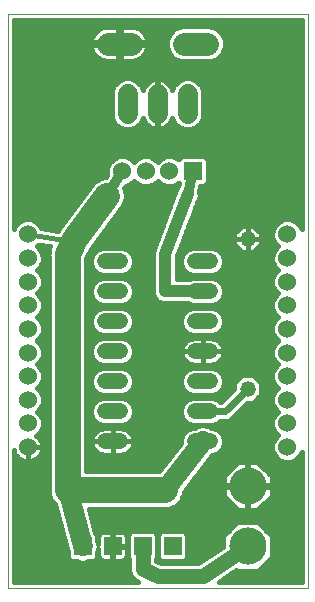
<source format=gbl>
G75*
%MOIN*%
%OFA0B0*%
%FSLAX24Y24*%
%IPPOS*%
%LPD*%
%ADD10C,0.0000*%
%ADD11R,0.0594X0.0594*%
%ADD12C,0.0600*%
%ADD13C,0.0520*%
%ADD14C,0.0650*%
%ADD15C,0.1240*%
%ADD16R,0.0600X0.0600*%
%ADD17C,0.0768*%
%ADD18C,0.0520*%
%ADD19C,0.0500*%
%ADD20C,0.0160*%
%ADD21C,0.0410*%
%ADD22C,0.0660*%
%ADD23C,0.0860*%
%ADD24C,0.0320*%
%ADD25C,0.0240*%
%ADD26C,0.0400*%
D10*
X000680Y001055D02*
X000680Y020180D01*
X010680Y020180D01*
X010680Y001055D01*
X000680Y001055D01*
D11*
X003180Y002430D03*
X004180Y002430D03*
X005180Y002430D03*
X006180Y002430D03*
D12*
X010011Y005743D03*
X010011Y006530D03*
X010011Y007318D03*
X010011Y008105D03*
X010011Y008893D03*
X010011Y009680D03*
X010011Y010467D03*
X010011Y011255D03*
X010011Y012042D03*
X010011Y012830D03*
X006074Y014930D03*
X005286Y014930D03*
X004499Y014930D03*
X001349Y012830D03*
X001349Y012042D03*
X001349Y011255D03*
X001349Y010467D03*
X001349Y009680D03*
X001349Y008893D03*
X001349Y008105D03*
X001349Y007318D03*
X001349Y006530D03*
X001349Y005743D03*
D13*
X003920Y005930D02*
X004440Y005930D01*
X004440Y006930D02*
X003920Y006930D01*
X003920Y007930D02*
X004440Y007930D01*
X004440Y008930D02*
X003920Y008930D01*
X003920Y009930D02*
X004440Y009930D01*
X004440Y010930D02*
X003920Y010930D01*
X003920Y011930D02*
X004440Y011930D01*
X006920Y011930D02*
X007440Y011930D01*
X007440Y010930D02*
X006920Y010930D01*
X006920Y009930D02*
X007440Y009930D01*
X007440Y008930D02*
X006920Y008930D01*
X006920Y007930D02*
X007440Y007930D01*
X007440Y006930D02*
X006920Y006930D01*
X006920Y005930D02*
X007440Y005930D01*
D14*
X006680Y016855D02*
X006680Y017505D01*
X005680Y017505D02*
X005680Y016855D01*
X004680Y016855D02*
X004680Y017505D01*
D15*
X008680Y004430D03*
X008680Y002430D03*
D16*
X006861Y014930D03*
D17*
X006576Y019180D02*
X007343Y019180D01*
X004784Y019180D02*
X004017Y019180D01*
D18*
X008680Y012680D03*
X008680Y007680D03*
D19*
X008680Y002430D02*
X007180Y001430D01*
X005680Y001430D01*
X005180Y001680D01*
X005180Y002430D01*
D20*
X005560Y002927D02*
X004800Y002927D01*
X004683Y002810D01*
X004683Y002050D01*
X004730Y002003D01*
X004730Y001696D01*
X004725Y001623D01*
X004730Y001607D01*
X004730Y001590D01*
X004758Y001523D01*
X004781Y001453D01*
X004792Y001440D01*
X004799Y001425D01*
X004851Y001373D01*
X004899Y001318D01*
X004913Y001310D01*
X004925Y001299D01*
X004993Y001270D01*
X005024Y001255D01*
X000880Y001255D01*
X000880Y005638D01*
X000881Y005631D01*
X000904Y005559D01*
X000939Y005491D01*
X000983Y005430D01*
X001037Y005377D01*
X001098Y005332D01*
X001165Y005298D01*
X001237Y005275D01*
X001312Y005263D01*
X001349Y005263D01*
X001349Y005743D01*
X001349Y005743D01*
X001349Y005263D01*
X001387Y005263D01*
X001462Y005275D01*
X001534Y005298D01*
X001601Y005332D01*
X001662Y005377D01*
X001715Y005430D01*
X001760Y005491D01*
X001794Y005559D01*
X001817Y005631D01*
X001829Y005705D01*
X001829Y005743D01*
X001829Y005781D01*
X001817Y005855D01*
X001794Y005927D01*
X001760Y005995D01*
X001715Y006056D01*
X001662Y006109D01*
X001646Y006120D01*
X001773Y006247D01*
X001849Y006431D01*
X001849Y006630D01*
X001773Y006814D01*
X001663Y006924D01*
X001773Y007035D01*
X001849Y007218D01*
X001849Y007417D01*
X001773Y007601D01*
X001663Y007711D01*
X001773Y007822D01*
X001849Y008006D01*
X001849Y008205D01*
X001773Y008388D01*
X001663Y008499D01*
X001773Y008609D01*
X001849Y008793D01*
X001849Y008992D01*
X001773Y009176D01*
X001663Y009286D01*
X001773Y009397D01*
X001849Y009581D01*
X001849Y009779D01*
X001773Y009963D01*
X001663Y010074D01*
X001773Y010184D01*
X001849Y010368D01*
X001849Y010567D01*
X001773Y010751D01*
X001663Y010861D01*
X001773Y010972D01*
X001849Y011155D01*
X001849Y011354D01*
X001773Y011538D01*
X001663Y011649D01*
X001773Y011759D01*
X001849Y011943D01*
X001849Y012142D01*
X001773Y012325D01*
X001663Y012436D01*
X001715Y012488D01*
X002099Y012427D01*
X002060Y012350D01*
X002059Y012327D01*
X002050Y012305D01*
X002050Y012202D01*
X002043Y012100D01*
X002050Y012078D01*
X002050Y004180D01*
X002146Y003948D01*
X002256Y003838D01*
X002683Y002236D01*
X002683Y002050D01*
X002800Y001933D01*
X002980Y001933D01*
X003006Y001919D01*
X003215Y001891D01*
X003374Y001933D01*
X003560Y001933D01*
X003677Y002050D01*
X003677Y002230D01*
X003691Y002256D01*
X003703Y002343D01*
X003703Y002109D01*
X003715Y002064D01*
X003739Y002023D01*
X003773Y001989D01*
X003814Y001965D01*
X003859Y001953D01*
X004162Y001953D01*
X004162Y002412D01*
X004198Y002412D01*
X004198Y002448D01*
X004162Y002448D01*
X004162Y002907D01*
X003859Y002907D01*
X003814Y002895D01*
X003773Y002871D01*
X003739Y002837D01*
X003715Y002796D01*
X003703Y002751D01*
X003703Y002525D01*
X003677Y002624D01*
X003677Y002810D01*
X003609Y002877D01*
X003397Y003675D01*
X006055Y003675D01*
X006287Y003771D01*
X006464Y003948D01*
X006560Y004180D01*
X006560Y004255D01*
X007495Y005470D01*
X007531Y005470D01*
X007701Y005540D01*
X007830Y005669D01*
X007900Y005838D01*
X007900Y006021D01*
X007830Y006191D01*
X007701Y006320D01*
X007531Y006390D01*
X007451Y006390D01*
X007420Y006414D01*
X007216Y006469D01*
X007007Y006442D01*
X006917Y006390D01*
X006828Y006390D01*
X006659Y006320D01*
X006530Y006191D01*
X006460Y006021D01*
X006460Y005863D01*
X005746Y004935D01*
X003310Y004935D01*
X003310Y012031D01*
X003468Y012348D01*
X004579Y013835D01*
X004640Y014077D01*
X004604Y014325D01*
X004578Y014369D01*
X004621Y014439D01*
X004782Y014506D01*
X004893Y014617D01*
X005003Y014506D01*
X005187Y014430D01*
X005386Y014430D01*
X005570Y014506D01*
X005680Y014617D01*
X005790Y014506D01*
X005974Y014430D01*
X006173Y014430D01*
X006357Y014506D01*
X006380Y014529D01*
X006391Y014517D01*
X006371Y014436D01*
X006333Y014395D01*
X005558Y012327D01*
X005530Y012260D01*
X005530Y012253D01*
X005528Y012246D01*
X005530Y012173D01*
X005530Y010850D01*
X005591Y010703D01*
X005703Y010591D01*
X005850Y010530D01*
X006684Y010530D01*
X006828Y010470D01*
X007531Y010470D01*
X007701Y010540D01*
X007830Y010669D01*
X007900Y010838D01*
X007900Y011021D01*
X007830Y011191D01*
X007701Y011320D01*
X007531Y011390D01*
X006828Y011390D01*
X006684Y011330D01*
X006330Y011330D01*
X006330Y012107D01*
X007082Y014114D01*
X007077Y014273D01*
X007074Y014279D01*
X007111Y014430D01*
X007244Y014430D01*
X007361Y014547D01*
X007361Y015313D01*
X007244Y015430D01*
X006478Y015430D01*
X006380Y015331D01*
X006357Y015354D01*
X006173Y015430D01*
X005974Y015430D01*
X005790Y015354D01*
X005680Y015243D01*
X005570Y015354D01*
X005386Y015430D01*
X005187Y015430D01*
X005003Y015354D01*
X004893Y015243D01*
X004782Y015354D01*
X004598Y015430D01*
X004399Y015430D01*
X004216Y015354D01*
X004075Y015213D01*
X003999Y015029D01*
X003999Y014831D01*
X004006Y014813D01*
X003963Y014742D01*
X003785Y014717D01*
X003569Y014589D01*
X002466Y013111D01*
X002423Y013074D01*
X002392Y013012D01*
X002350Y012957D01*
X002350Y012955D01*
X001803Y013041D01*
X001773Y013113D01*
X001633Y013253D01*
X001449Y013330D01*
X001250Y013330D01*
X001066Y013253D01*
X000925Y013113D01*
X000880Y013003D01*
X000880Y019980D01*
X010480Y019980D01*
X010480Y013003D01*
X010435Y013113D01*
X010294Y013253D01*
X010110Y013330D01*
X009911Y013330D01*
X009727Y013253D01*
X009587Y013113D01*
X009511Y012929D01*
X009511Y012730D01*
X009587Y012546D01*
X009697Y012436D01*
X009587Y012325D01*
X009511Y012142D01*
X009511Y011943D01*
X009587Y011759D01*
X009697Y011649D01*
X009587Y011538D01*
X009511Y011354D01*
X009511Y011155D01*
X009587Y010972D01*
X009697Y010861D01*
X009587Y010751D01*
X009511Y010567D01*
X009511Y010368D01*
X009587Y010184D01*
X009697Y010074D01*
X009587Y009963D01*
X009511Y009779D01*
X009511Y009581D01*
X009587Y009397D01*
X009697Y009286D01*
X009587Y009176D01*
X009511Y008992D01*
X009511Y008793D01*
X009587Y008609D01*
X009697Y008499D01*
X009587Y008388D01*
X009511Y008205D01*
X009511Y008006D01*
X009587Y007822D01*
X009697Y007711D01*
X009587Y007601D01*
X009511Y007417D01*
X009511Y007218D01*
X009587Y007035D01*
X009697Y006924D01*
X009587Y006814D01*
X009511Y006630D01*
X009511Y006431D01*
X009587Y006247D01*
X009697Y006137D01*
X009587Y006026D01*
X009511Y005842D01*
X009511Y005644D01*
X009587Y005460D01*
X009727Y005319D01*
X009911Y005243D01*
X010110Y005243D01*
X010294Y005319D01*
X010435Y005460D01*
X010480Y005569D01*
X010480Y001255D01*
X007729Y001255D01*
X008309Y001642D01*
X008340Y001610D01*
X009020Y001610D01*
X009500Y002090D01*
X009500Y002770D01*
X009020Y003250D01*
X008340Y003250D01*
X007860Y002770D01*
X007860Y002424D01*
X007044Y001880D01*
X005786Y001880D01*
X005630Y001958D01*
X005630Y002003D01*
X005677Y002050D01*
X005677Y002810D01*
X005560Y002927D01*
X005683Y002810D02*
X005800Y002927D01*
X006560Y002927D01*
X006677Y002810D01*
X006677Y002050D01*
X006560Y001933D01*
X005800Y001933D01*
X005683Y002050D01*
X005683Y002810D01*
X005683Y002799D02*
X005677Y002799D01*
X005677Y002640D02*
X005683Y002640D01*
X005677Y002482D02*
X005683Y002482D01*
X005677Y002323D02*
X005683Y002323D01*
X005677Y002165D02*
X005683Y002165D01*
X005727Y002006D02*
X005633Y002006D01*
X004851Y001372D02*
X000880Y001372D01*
X000880Y001531D02*
X004755Y001531D01*
X004730Y001689D02*
X000880Y001689D01*
X000880Y001848D02*
X004730Y001848D01*
X004727Y002006D02*
X004604Y002006D01*
X004621Y002023D02*
X004645Y002064D01*
X004657Y002109D01*
X004657Y002412D01*
X004198Y002412D01*
X004198Y001953D01*
X004501Y001953D01*
X004546Y001965D01*
X004587Y001989D01*
X004621Y002023D01*
X004657Y002165D02*
X004683Y002165D01*
X004683Y002323D02*
X004657Y002323D01*
X004657Y002448D02*
X004657Y002751D01*
X004645Y002796D01*
X004621Y002837D01*
X004587Y002871D01*
X004546Y002895D01*
X004501Y002907D01*
X004198Y002907D01*
X004198Y002448D01*
X004657Y002448D01*
X004657Y002482D02*
X004683Y002482D01*
X004683Y002640D02*
X004657Y002640D01*
X004643Y002799D02*
X004683Y002799D01*
X004198Y002799D02*
X004162Y002799D01*
X004162Y002640D02*
X004198Y002640D01*
X004198Y002482D02*
X004162Y002482D01*
X004162Y002323D02*
X004198Y002323D01*
X004198Y002165D02*
X004162Y002165D01*
X004162Y002006D02*
X004198Y002006D01*
X003756Y002006D02*
X003633Y002006D01*
X003677Y002165D02*
X003703Y002165D01*
X003700Y002323D02*
X003703Y002323D01*
X003703Y002640D02*
X003677Y002640D01*
X003677Y002799D02*
X003717Y002799D01*
X003588Y002957D02*
X008047Y002957D01*
X008206Y003116D02*
X003546Y003116D01*
X003503Y003274D02*
X010480Y003274D01*
X010480Y003116D02*
X009154Y003116D01*
X009313Y002957D02*
X010480Y002957D01*
X010480Y002799D02*
X009471Y002799D01*
X009500Y002640D02*
X010480Y002640D01*
X010480Y002482D02*
X009500Y002482D01*
X009500Y002323D02*
X010480Y002323D01*
X010480Y002165D02*
X009500Y002165D01*
X009416Y002006D02*
X010480Y002006D01*
X010480Y001848D02*
X009257Y001848D01*
X009099Y001689D02*
X010480Y001689D01*
X010480Y001531D02*
X008142Y001531D01*
X007904Y001372D02*
X010480Y001372D01*
X010480Y003433D02*
X003461Y003433D01*
X003419Y003591D02*
X010480Y003591D01*
X010480Y003750D02*
X009131Y003750D01*
X009011Y003630D02*
X009480Y004099D01*
X009480Y004400D01*
X008710Y004400D01*
X008710Y004460D01*
X009480Y004460D01*
X009480Y004761D01*
X009011Y005230D01*
X008710Y005230D01*
X008710Y004460D01*
X008650Y004460D01*
X008650Y005230D01*
X008349Y005230D01*
X007880Y004761D01*
X007880Y004460D01*
X008650Y004460D01*
X008650Y004400D01*
X008710Y004400D01*
X008710Y003630D01*
X009011Y003630D01*
X009289Y003908D02*
X010480Y003908D01*
X010480Y004067D02*
X009448Y004067D01*
X009480Y004225D02*
X010480Y004225D01*
X010480Y004384D02*
X009480Y004384D01*
X009480Y004542D02*
X010480Y004542D01*
X010480Y004701D02*
X009480Y004701D01*
X009382Y004859D02*
X010480Y004859D01*
X010480Y005018D02*
X009224Y005018D01*
X009065Y005176D02*
X010480Y005176D01*
X010480Y005335D02*
X010309Y005335D01*
X010448Y005493D02*
X010480Y005493D01*
X009712Y005335D02*
X007391Y005335D01*
X007269Y005176D02*
X008295Y005176D01*
X008136Y005018D02*
X007147Y005018D01*
X007025Y004859D02*
X007978Y004859D01*
X007880Y004701D02*
X006903Y004701D01*
X006781Y004542D02*
X007880Y004542D01*
X007880Y004400D02*
X007880Y004099D01*
X008349Y003630D01*
X008650Y003630D01*
X008650Y004400D01*
X007880Y004400D01*
X007880Y004384D02*
X006659Y004384D01*
X006560Y004225D02*
X007880Y004225D01*
X007912Y004067D02*
X006513Y004067D01*
X006424Y003908D02*
X008071Y003908D01*
X008229Y003750D02*
X006235Y003750D01*
X006677Y002799D02*
X007889Y002799D01*
X007860Y002640D02*
X006677Y002640D01*
X006677Y002482D02*
X007860Y002482D01*
X007708Y002323D02*
X006677Y002323D01*
X006677Y002165D02*
X007471Y002165D01*
X007233Y002006D02*
X006633Y002006D01*
X005809Y005018D02*
X003310Y005018D01*
X003310Y005176D02*
X005931Y005176D01*
X006053Y005335D02*
X003310Y005335D01*
X003310Y005493D02*
X003866Y005493D01*
X003885Y005490D02*
X004180Y005490D01*
X004475Y005490D01*
X004543Y005501D01*
X004609Y005522D01*
X004671Y005554D01*
X004727Y005594D01*
X004776Y005643D01*
X004816Y005699D01*
X004848Y005761D01*
X004869Y005827D01*
X004880Y005895D01*
X004880Y005930D01*
X004880Y005965D01*
X004869Y006033D01*
X004848Y006099D01*
X004816Y006161D01*
X004776Y006217D01*
X004727Y006266D01*
X004671Y006306D01*
X004609Y006338D01*
X004543Y006359D01*
X004475Y006370D01*
X004180Y006370D01*
X004180Y005930D01*
X004180Y005930D01*
X004880Y005930D01*
X004180Y005930D01*
X004180Y005930D01*
X004180Y005490D01*
X004180Y005930D01*
X004180Y005930D01*
X004180Y005930D01*
X003480Y005930D01*
X003480Y005965D01*
X003491Y006033D01*
X003512Y006099D01*
X003544Y006161D01*
X003584Y006217D01*
X003633Y006266D01*
X003689Y006306D01*
X003751Y006338D01*
X003817Y006359D01*
X003885Y006370D01*
X004180Y006370D01*
X004180Y005930D01*
X003480Y005930D01*
X003480Y005895D01*
X003491Y005827D01*
X003512Y005761D01*
X003544Y005699D01*
X003584Y005643D01*
X003633Y005594D01*
X003689Y005554D01*
X003751Y005522D01*
X003817Y005501D01*
X003885Y005490D01*
X003578Y005652D02*
X003310Y005652D01*
X003310Y005810D02*
X003496Y005810D01*
X003481Y005969D02*
X003310Y005969D01*
X003310Y006127D02*
X003527Y006127D01*
X003661Y006286D02*
X003310Y006286D01*
X003310Y006444D02*
X007023Y006444D01*
X006828Y006470D02*
X007531Y006470D01*
X007701Y006540D01*
X007771Y006610D01*
X007994Y006610D01*
X008111Y006659D01*
X008673Y007220D01*
X008871Y007220D01*
X009140Y007489D01*
X009140Y007871D01*
X008871Y008140D01*
X008489Y008140D01*
X008220Y007871D01*
X008220Y007673D01*
X007797Y007250D01*
X007771Y007250D01*
X007701Y007320D01*
X007531Y007390D01*
X006828Y007390D01*
X006659Y007320D01*
X006530Y007191D01*
X006460Y007021D01*
X006460Y006838D01*
X006530Y006669D01*
X006659Y006540D01*
X006828Y006470D01*
X006597Y006603D02*
X004763Y006603D01*
X004701Y006540D02*
X004830Y006669D01*
X004900Y006838D01*
X004900Y007021D01*
X004830Y007191D01*
X004701Y007320D01*
X004531Y007390D01*
X003828Y007390D01*
X003659Y007320D01*
X003530Y007191D01*
X003460Y007021D01*
X003460Y006838D01*
X003530Y006669D01*
X003659Y006540D01*
X003828Y006470D01*
X004531Y006470D01*
X004701Y006540D01*
X004699Y006286D02*
X006625Y006286D01*
X006504Y006127D02*
X004833Y006127D01*
X004879Y005969D02*
X006460Y005969D01*
X006419Y005810D02*
X004864Y005810D01*
X004782Y005652D02*
X006297Y005652D01*
X006175Y005493D02*
X004494Y005493D01*
X004180Y005493D02*
X004180Y005493D01*
X004180Y005652D02*
X004180Y005652D01*
X004180Y005810D02*
X004180Y005810D01*
X004180Y005969D02*
X004180Y005969D01*
X004180Y006127D02*
X004180Y006127D01*
X004180Y006286D02*
X004180Y006286D01*
X003597Y006603D02*
X003310Y006603D01*
X003310Y006761D02*
X003492Y006761D01*
X003460Y006920D02*
X003310Y006920D01*
X003310Y007078D02*
X003483Y007078D01*
X003576Y007237D02*
X003310Y007237D01*
X003310Y007395D02*
X007942Y007395D01*
X008101Y007554D02*
X007714Y007554D01*
X007701Y007540D02*
X007830Y007669D01*
X007900Y007838D01*
X007900Y008021D01*
X007830Y008191D01*
X007701Y008320D01*
X007531Y008390D01*
X006828Y008390D01*
X006659Y008320D01*
X006530Y008191D01*
X006460Y008021D01*
X006460Y007838D01*
X006530Y007669D01*
X006659Y007540D01*
X006828Y007470D01*
X007531Y007470D01*
X007701Y007540D01*
X007848Y007712D02*
X008220Y007712D01*
X008220Y007871D02*
X007900Y007871D01*
X007897Y008029D02*
X008378Y008029D01*
X007831Y008188D02*
X009511Y008188D01*
X009511Y008029D02*
X008982Y008029D01*
X009140Y007871D02*
X009567Y007871D01*
X009697Y007712D02*
X009140Y007712D01*
X009140Y007554D02*
X009567Y007554D01*
X009511Y007395D02*
X009046Y007395D01*
X008887Y007237D02*
X009511Y007237D01*
X009569Y007078D02*
X008531Y007078D01*
X008372Y006920D02*
X009693Y006920D01*
X009565Y006761D02*
X008214Y006761D01*
X007856Y006127D02*
X009688Y006127D01*
X009571Y006286D02*
X007735Y006286D01*
X007763Y006603D02*
X009511Y006603D01*
X009511Y006444D02*
X007309Y006444D01*
X007587Y005493D02*
X009573Y005493D01*
X009511Y005652D02*
X007812Y005652D01*
X007888Y005810D02*
X009511Y005810D01*
X009563Y005969D02*
X007900Y005969D01*
X008650Y005176D02*
X008710Y005176D01*
X008710Y005018D02*
X008650Y005018D01*
X008650Y004859D02*
X008710Y004859D01*
X008710Y004701D02*
X008650Y004701D01*
X008650Y004542D02*
X008710Y004542D01*
X008710Y004384D02*
X008650Y004384D01*
X008650Y004225D02*
X008710Y004225D01*
X008710Y004067D02*
X008650Y004067D01*
X008650Y003908D02*
X008710Y003908D01*
X008710Y003750D02*
X008650Y003750D01*
X006576Y007237D02*
X004784Y007237D01*
X004877Y007078D02*
X006483Y007078D01*
X006460Y006920D02*
X004900Y006920D01*
X004868Y006761D02*
X006492Y006761D01*
X006646Y007554D02*
X004714Y007554D01*
X004701Y007540D02*
X004830Y007669D01*
X004900Y007838D01*
X004900Y008021D01*
X004830Y008191D01*
X004701Y008320D01*
X004531Y008390D01*
X003828Y008390D01*
X003659Y008320D01*
X003530Y008191D01*
X003460Y008021D01*
X003460Y007838D01*
X003530Y007669D01*
X003659Y007540D01*
X003828Y007470D01*
X004531Y007470D01*
X004701Y007540D01*
X004848Y007712D02*
X006512Y007712D01*
X006460Y007871D02*
X004900Y007871D01*
X004897Y008029D02*
X006463Y008029D01*
X006529Y008188D02*
X004831Y008188D01*
X004638Y008346D02*
X006722Y008346D01*
X006751Y008522D02*
X006817Y008501D01*
X006885Y008490D01*
X007180Y008490D01*
X007475Y008490D01*
X007543Y008501D01*
X007609Y008522D01*
X007671Y008554D01*
X007727Y008594D01*
X007776Y008643D01*
X007816Y008699D01*
X007848Y008761D01*
X007869Y008827D01*
X007880Y008895D01*
X007880Y008930D01*
X007880Y008965D01*
X007869Y009033D01*
X007848Y009099D01*
X007816Y009161D01*
X007776Y009217D01*
X007727Y009266D01*
X007671Y009306D01*
X007609Y009338D01*
X007543Y009359D01*
X007475Y009370D01*
X007180Y009370D01*
X007180Y008930D01*
X007180Y008930D01*
X007880Y008930D01*
X007180Y008930D01*
X007180Y008930D01*
X007180Y008490D01*
X007180Y008930D01*
X007180Y008930D01*
X007180Y008930D01*
X006480Y008930D01*
X006480Y008965D01*
X006491Y009033D01*
X006512Y009099D01*
X006544Y009161D01*
X006584Y009217D01*
X006633Y009266D01*
X006689Y009306D01*
X006751Y009338D01*
X006817Y009359D01*
X006885Y009370D01*
X007180Y009370D01*
X007180Y008930D01*
X006480Y008930D01*
X006480Y008895D01*
X006491Y008827D01*
X006512Y008761D01*
X006544Y008699D01*
X006584Y008643D01*
X006633Y008594D01*
X006689Y008554D01*
X006751Y008522D01*
X006806Y008505D02*
X004615Y008505D01*
X004531Y008470D02*
X004701Y008540D01*
X004830Y008669D01*
X004900Y008838D01*
X004900Y009021D01*
X004830Y009191D01*
X004701Y009320D01*
X004531Y009390D01*
X003828Y009390D01*
X003659Y009320D01*
X003530Y009191D01*
X003460Y009021D01*
X003460Y008838D01*
X003530Y008669D01*
X003659Y008540D01*
X003828Y008470D01*
X004531Y008470D01*
X004824Y008663D02*
X006570Y008663D01*
X006493Y008822D02*
X004893Y008822D01*
X004900Y008980D02*
X006482Y008980D01*
X006532Y009139D02*
X004852Y009139D01*
X004724Y009297D02*
X006677Y009297D01*
X006828Y009470D02*
X006659Y009540D01*
X006530Y009669D01*
X006460Y009838D01*
X006460Y010021D01*
X006530Y010191D01*
X006659Y010320D01*
X006828Y010390D01*
X007531Y010390D01*
X007701Y010320D01*
X007830Y010191D01*
X007900Y010021D01*
X007900Y009838D01*
X007830Y009669D01*
X007701Y009540D01*
X007531Y009470D01*
X006828Y009470D01*
X006585Y009614D02*
X004775Y009614D01*
X004830Y009669D02*
X004900Y009838D01*
X004900Y010021D01*
X004830Y010191D01*
X004701Y010320D01*
X004531Y010390D01*
X003828Y010390D01*
X003659Y010320D01*
X003530Y010191D01*
X003460Y010021D01*
X003460Y009838D01*
X003530Y009669D01*
X003659Y009540D01*
X003828Y009470D01*
X004531Y009470D01*
X004701Y009540D01*
X004830Y009669D01*
X004873Y009773D02*
X006487Y009773D01*
X006460Y009931D02*
X004900Y009931D01*
X004872Y010090D02*
X006488Y010090D01*
X006587Y010248D02*
X004773Y010248D01*
X004701Y010540D02*
X004830Y010669D01*
X004900Y010838D01*
X004900Y011021D01*
X004830Y011191D01*
X004701Y011320D01*
X004531Y011390D01*
X003828Y011390D01*
X003659Y011320D01*
X003530Y011191D01*
X003460Y011021D01*
X003460Y010838D01*
X003530Y010669D01*
X003659Y010540D01*
X003828Y010470D01*
X004531Y010470D01*
X004701Y010540D01*
X004726Y010565D02*
X005766Y010565D01*
X005583Y010724D02*
X004852Y010724D01*
X004900Y010882D02*
X005530Y010882D01*
X005530Y011041D02*
X004892Y011041D01*
X004822Y011199D02*
X005530Y011199D01*
X005530Y011358D02*
X004610Y011358D01*
X004531Y011470D02*
X004701Y011540D01*
X004830Y011669D01*
X004900Y011838D01*
X004900Y012021D01*
X004830Y012191D01*
X004701Y012320D01*
X004531Y012390D01*
X003828Y012390D01*
X003659Y012320D01*
X003530Y012191D01*
X003460Y012021D01*
X003460Y011838D01*
X003530Y011669D01*
X003659Y011540D01*
X003828Y011470D01*
X004531Y011470D01*
X004643Y011516D02*
X005530Y011516D01*
X005530Y011675D02*
X004832Y011675D01*
X004898Y011833D02*
X005530Y011833D01*
X005530Y011992D02*
X004900Y011992D01*
X004847Y012150D02*
X005530Y012150D01*
X005550Y012309D02*
X004712Y012309D01*
X004149Y013260D02*
X005908Y013260D01*
X005967Y013418D02*
X004268Y013418D01*
X004386Y013577D02*
X006026Y013577D01*
X006086Y013735D02*
X004504Y013735D01*
X004594Y013894D02*
X006145Y013894D01*
X006205Y014052D02*
X004634Y014052D01*
X004621Y014211D02*
X006264Y014211D01*
X006324Y014369D02*
X004579Y014369D01*
X004804Y014528D02*
X004982Y014528D01*
X004969Y015320D02*
X004816Y015320D01*
X004784Y016330D02*
X004576Y016330D01*
X004383Y016410D01*
X004235Y016558D01*
X004155Y016751D01*
X004155Y017609D01*
X004235Y017802D01*
X004383Y017950D01*
X004576Y018030D01*
X004784Y018030D01*
X004977Y017950D01*
X005125Y017802D01*
X005193Y017639D01*
X005212Y017699D01*
X005248Y017769D01*
X005295Y017834D01*
X005351Y017890D01*
X005415Y017937D01*
X005486Y017973D01*
X005562Y017997D01*
X005640Y018010D01*
X005652Y018010D01*
X005652Y017208D01*
X005708Y017208D01*
X005708Y018010D01*
X005720Y018010D01*
X005798Y017997D01*
X005874Y017973D01*
X005945Y017937D01*
X006009Y017890D01*
X006065Y017834D01*
X006112Y017769D01*
X006148Y017699D01*
X006167Y017639D01*
X006235Y017802D01*
X006383Y017950D01*
X006576Y018030D01*
X006784Y018030D01*
X006977Y017950D01*
X007125Y017802D01*
X007205Y017609D01*
X007205Y016751D01*
X007125Y016558D01*
X006977Y016410D01*
X006784Y016330D01*
X006576Y016330D01*
X006383Y016410D01*
X006235Y016558D01*
X006167Y016721D01*
X006148Y016661D01*
X006112Y016591D01*
X006065Y016526D01*
X006009Y016470D01*
X005945Y016423D01*
X005874Y016387D01*
X005798Y016363D01*
X005720Y016350D01*
X005708Y016350D01*
X005708Y017152D01*
X005652Y017152D01*
X005652Y016350D01*
X005640Y016350D01*
X005562Y016363D01*
X005486Y016387D01*
X005415Y016423D01*
X005351Y016470D01*
X005295Y016526D01*
X005248Y016591D01*
X005212Y016661D01*
X005193Y016721D01*
X005125Y016558D01*
X004977Y016410D01*
X004784Y016330D01*
X004997Y016430D02*
X005407Y016430D01*
X005250Y016588D02*
X005137Y016588D01*
X005652Y016588D02*
X005708Y016588D01*
X005708Y016430D02*
X005652Y016430D01*
X005652Y016747D02*
X005708Y016747D01*
X005708Y016905D02*
X005652Y016905D01*
X005652Y017064D02*
X005708Y017064D01*
X005708Y017222D02*
X005652Y017222D01*
X005652Y017381D02*
X005708Y017381D01*
X005708Y017539D02*
X005652Y017539D01*
X005652Y017698D02*
X005708Y017698D01*
X005708Y017856D02*
X005652Y017856D01*
X005317Y017856D02*
X005071Y017856D01*
X005168Y017698D02*
X005212Y017698D01*
X004821Y018015D02*
X006539Y018015D01*
X006289Y017856D02*
X006043Y017856D01*
X006148Y017698D02*
X006192Y017698D01*
X006460Y018596D02*
X007460Y018596D01*
X007674Y018685D01*
X007838Y018849D01*
X007927Y019064D01*
X007927Y019296D01*
X007838Y019511D01*
X007674Y019675D01*
X007460Y019764D01*
X006460Y019764D01*
X006245Y019675D01*
X006081Y019511D01*
X005992Y019296D01*
X005992Y019064D01*
X006081Y018849D01*
X006245Y018685D01*
X006460Y018596D01*
X006333Y018649D02*
X004973Y018649D01*
X005001Y018657D02*
X005080Y018698D01*
X005152Y018750D01*
X005214Y018813D01*
X005267Y018884D01*
X005307Y018964D01*
X005334Y019048D01*
X005348Y019132D01*
X004448Y019132D01*
X004448Y018616D01*
X004829Y018616D01*
X004916Y018630D01*
X005001Y018657D01*
X005209Y018807D02*
X006123Y018807D01*
X006033Y018966D02*
X005308Y018966D01*
X005346Y019124D02*
X005992Y019124D01*
X005992Y019283D02*
X005339Y019283D01*
X005334Y019312D02*
X005307Y019396D01*
X005267Y019476D01*
X005214Y019547D01*
X005152Y019610D01*
X005080Y019662D01*
X005001Y019703D01*
X004916Y019730D01*
X004829Y019744D01*
X004448Y019744D01*
X004448Y019228D01*
X004353Y019228D01*
X004353Y019744D01*
X003972Y019744D01*
X003885Y019730D01*
X003800Y019703D01*
X003721Y019662D01*
X003649Y019610D01*
X003587Y019547D01*
X003534Y019476D01*
X003494Y019396D01*
X003467Y019312D01*
X003453Y019228D01*
X004353Y019228D01*
X004353Y019132D01*
X004448Y019132D01*
X004448Y019228D01*
X005348Y019228D01*
X005334Y019312D01*
X005284Y019441D02*
X006052Y019441D01*
X006169Y019600D02*
X005162Y019600D01*
X004448Y019600D02*
X004353Y019600D01*
X004353Y019441D02*
X004448Y019441D01*
X004448Y019283D02*
X004353Y019283D01*
X004353Y019132D02*
X003453Y019132D01*
X003467Y019048D01*
X003494Y018964D01*
X003534Y018884D01*
X003587Y018813D01*
X003649Y018750D01*
X003721Y018698D01*
X003800Y018657D01*
X003885Y018630D01*
X003972Y018616D01*
X004353Y018616D01*
X004353Y019132D01*
X004353Y019124D02*
X004448Y019124D01*
X004448Y018966D02*
X004353Y018966D01*
X004353Y018807D02*
X004448Y018807D01*
X004448Y018649D02*
X004353Y018649D01*
X004539Y018015D02*
X000880Y018015D01*
X000880Y018173D02*
X010480Y018173D01*
X010480Y018015D02*
X006821Y018015D01*
X007071Y017856D02*
X010480Y017856D01*
X010480Y017698D02*
X007168Y017698D01*
X007205Y017539D02*
X010480Y017539D01*
X010480Y017381D02*
X007205Y017381D01*
X007205Y017222D02*
X010480Y017222D01*
X010480Y017064D02*
X007205Y017064D01*
X007205Y016905D02*
X010480Y016905D01*
X010480Y016747D02*
X007203Y016747D01*
X007137Y016588D02*
X010480Y016588D01*
X010480Y016430D02*
X006997Y016430D01*
X006363Y016430D02*
X005953Y016430D01*
X006110Y016588D02*
X006223Y016588D01*
X005757Y015320D02*
X005603Y015320D01*
X005591Y014528D02*
X005769Y014528D01*
X006378Y014528D02*
X006381Y014528D01*
X007000Y013894D02*
X010480Y013894D01*
X010480Y014052D02*
X007059Y014052D01*
X007079Y014211D02*
X010480Y014211D01*
X010480Y014369D02*
X007096Y014369D01*
X007341Y014528D02*
X010480Y014528D01*
X010480Y014686D02*
X007361Y014686D01*
X007361Y014845D02*
X010480Y014845D01*
X010480Y015003D02*
X007361Y015003D01*
X007361Y015162D02*
X010480Y015162D01*
X010480Y015320D02*
X007354Y015320D01*
X006940Y013735D02*
X010480Y013735D01*
X010480Y013577D02*
X006881Y013577D01*
X006821Y013418D02*
X010480Y013418D01*
X010480Y013260D02*
X010279Y013260D01*
X010439Y013101D02*
X010480Y013101D01*
X009742Y013260D02*
X006762Y013260D01*
X006703Y013101D02*
X008479Y013101D01*
X008498Y013120D02*
X008240Y012862D01*
X008240Y012680D01*
X008680Y012680D01*
X008680Y012680D01*
X008680Y013120D01*
X008862Y013120D01*
X009120Y012862D01*
X009120Y012680D01*
X008680Y012680D01*
X008680Y012680D01*
X008680Y012680D01*
X008680Y013120D01*
X008498Y013120D01*
X008320Y012943D02*
X006643Y012943D01*
X006584Y012784D02*
X008240Y012784D01*
X008240Y012680D02*
X008240Y012498D01*
X008498Y012240D01*
X008680Y012240D01*
X008862Y012240D01*
X009120Y012498D01*
X009120Y012680D01*
X008680Y012680D01*
X008680Y012240D01*
X008680Y012680D01*
X008680Y012680D01*
X008240Y012680D01*
X008240Y012626D02*
X006524Y012626D01*
X006465Y012467D02*
X008271Y012467D01*
X008429Y012309D02*
X007712Y012309D01*
X007701Y012320D02*
X007531Y012390D01*
X006828Y012390D01*
X006659Y012320D01*
X006530Y012191D01*
X006460Y012021D01*
X006460Y011838D01*
X006530Y011669D01*
X006659Y011540D01*
X006828Y011470D01*
X007531Y011470D01*
X007701Y011540D01*
X007830Y011669D01*
X007900Y011838D01*
X007900Y012021D01*
X007830Y012191D01*
X007701Y012320D01*
X007847Y012150D02*
X009514Y012150D01*
X009511Y011992D02*
X007900Y011992D01*
X007898Y011833D02*
X009556Y011833D01*
X009671Y011675D02*
X007832Y011675D01*
X007643Y011516D02*
X009578Y011516D01*
X009512Y011358D02*
X007610Y011358D01*
X007822Y011199D02*
X009511Y011199D01*
X009558Y011041D02*
X007892Y011041D01*
X007900Y010882D02*
X009676Y010882D01*
X009576Y010724D02*
X007852Y010724D01*
X007726Y010565D02*
X009511Y010565D01*
X009511Y010407D02*
X003310Y010407D01*
X003310Y010565D02*
X003634Y010565D01*
X003508Y010724D02*
X003310Y010724D01*
X003310Y010882D02*
X003460Y010882D01*
X003468Y011041D02*
X003310Y011041D01*
X003310Y011199D02*
X003538Y011199D01*
X003750Y011358D02*
X003310Y011358D01*
X003310Y011516D02*
X003717Y011516D01*
X003528Y011675D02*
X003310Y011675D01*
X003310Y011833D02*
X003462Y011833D01*
X003460Y011992D02*
X003310Y011992D01*
X003369Y012150D02*
X003513Y012150D01*
X003449Y012309D02*
X003648Y012309D01*
X003557Y012467D02*
X005610Y012467D01*
X005670Y012626D02*
X003676Y012626D01*
X003794Y012784D02*
X005729Y012784D01*
X005789Y012943D02*
X003912Y012943D01*
X004031Y013101D02*
X005848Y013101D01*
X006405Y012309D02*
X006648Y012309D01*
X006513Y012150D02*
X006346Y012150D01*
X006330Y011992D02*
X006460Y011992D01*
X006462Y011833D02*
X006330Y011833D01*
X006330Y011675D02*
X006528Y011675D01*
X006717Y011516D02*
X006330Y011516D01*
X006330Y011358D02*
X006750Y011358D01*
X007773Y010248D02*
X009560Y010248D01*
X009681Y010090D02*
X007872Y010090D01*
X007900Y009931D02*
X009573Y009931D01*
X009511Y009773D02*
X007873Y009773D01*
X007775Y009614D02*
X009511Y009614D01*
X009562Y009456D02*
X003310Y009456D01*
X003310Y009614D02*
X003585Y009614D01*
X003487Y009773D02*
X003310Y009773D01*
X003310Y009931D02*
X003460Y009931D01*
X003488Y010090D02*
X003310Y010090D01*
X003310Y010248D02*
X003587Y010248D01*
X003636Y009297D02*
X003310Y009297D01*
X003310Y009139D02*
X003508Y009139D01*
X003460Y008980D02*
X003310Y008980D01*
X003310Y008822D02*
X003467Y008822D01*
X003536Y008663D02*
X003310Y008663D01*
X003310Y008505D02*
X003745Y008505D01*
X003722Y008346D02*
X003310Y008346D01*
X003310Y008188D02*
X003529Y008188D01*
X003463Y008029D02*
X003310Y008029D01*
X003310Y007871D02*
X003460Y007871D01*
X003512Y007712D02*
X003310Y007712D01*
X003310Y007554D02*
X003646Y007554D01*
X002050Y007554D02*
X001793Y007554D01*
X001849Y007395D02*
X002050Y007395D01*
X002050Y007237D02*
X001849Y007237D01*
X001791Y007078D02*
X002050Y007078D01*
X002050Y006920D02*
X001667Y006920D01*
X001795Y006761D02*
X002050Y006761D01*
X002050Y006603D02*
X001849Y006603D01*
X001849Y006444D02*
X002050Y006444D01*
X002050Y006286D02*
X001789Y006286D01*
X001653Y006127D02*
X002050Y006127D01*
X002050Y005969D02*
X001773Y005969D01*
X001825Y005810D02*
X002050Y005810D01*
X002050Y005652D02*
X001821Y005652D01*
X001829Y005743D02*
X001349Y005743D01*
X001829Y005743D01*
X001761Y005493D02*
X002050Y005493D01*
X002050Y005335D02*
X001604Y005335D01*
X001349Y005335D02*
X001349Y005335D01*
X001349Y005493D02*
X001349Y005493D01*
X001349Y005652D02*
X001349Y005652D01*
X001349Y005743D02*
X001349Y005743D01*
X001095Y005335D02*
X000880Y005335D01*
X000880Y005493D02*
X000938Y005493D01*
X000880Y005176D02*
X002050Y005176D01*
X002050Y005018D02*
X000880Y005018D01*
X000880Y004859D02*
X002050Y004859D01*
X002050Y004701D02*
X000880Y004701D01*
X000880Y004542D02*
X002050Y004542D01*
X002050Y004384D02*
X000880Y004384D01*
X000880Y004225D02*
X002050Y004225D01*
X002097Y004067D02*
X000880Y004067D01*
X000880Y003908D02*
X002186Y003908D01*
X002280Y003750D02*
X000880Y003750D01*
X000880Y003591D02*
X002322Y003591D01*
X002364Y003433D02*
X000880Y003433D01*
X000880Y003274D02*
X002406Y003274D01*
X002449Y003116D02*
X000880Y003116D01*
X000880Y002957D02*
X002491Y002957D01*
X002533Y002799D02*
X000880Y002799D01*
X000880Y002640D02*
X002575Y002640D01*
X002618Y002482D02*
X000880Y002482D01*
X000880Y002323D02*
X002660Y002323D01*
X002683Y002165D02*
X000880Y002165D01*
X000880Y002006D02*
X002727Y002006D01*
X002050Y007712D02*
X001663Y007712D01*
X001793Y007871D02*
X002050Y007871D01*
X002050Y008029D02*
X001849Y008029D01*
X001849Y008188D02*
X002050Y008188D01*
X002050Y008346D02*
X001791Y008346D01*
X001668Y008505D02*
X002050Y008505D01*
X002050Y008663D02*
X001795Y008663D01*
X001849Y008822D02*
X002050Y008822D01*
X002050Y008980D02*
X001849Y008980D01*
X001789Y009139D02*
X002050Y009139D01*
X002050Y009297D02*
X001673Y009297D01*
X001798Y009456D02*
X002050Y009456D01*
X002050Y009614D02*
X001849Y009614D01*
X001849Y009773D02*
X002050Y009773D01*
X002050Y009931D02*
X001787Y009931D01*
X001679Y010090D02*
X002050Y010090D01*
X002050Y010248D02*
X001800Y010248D01*
X001849Y010407D02*
X002050Y010407D01*
X002050Y010565D02*
X001849Y010565D01*
X001784Y010724D02*
X002050Y010724D01*
X002050Y010882D02*
X001684Y010882D01*
X001802Y011041D02*
X002050Y011041D01*
X002050Y011199D02*
X001849Y011199D01*
X001848Y011358D02*
X002050Y011358D01*
X002050Y011516D02*
X001782Y011516D01*
X001689Y011675D02*
X002050Y011675D01*
X002050Y011833D02*
X001804Y011833D01*
X001849Y011992D02*
X002050Y011992D01*
X002046Y012150D02*
X001846Y012150D01*
X001780Y012309D02*
X002051Y012309D01*
X001849Y012467D02*
X001694Y012467D01*
X001349Y012830D02*
X002930Y012580D01*
X002680Y012180D01*
X003180Y012580D01*
X002695Y013418D02*
X000880Y013418D01*
X000880Y013260D02*
X001081Y013260D01*
X000921Y013101D02*
X000880Y013101D01*
X000880Y013577D02*
X002813Y013577D01*
X002932Y013735D02*
X000880Y013735D01*
X000880Y013894D02*
X003050Y013894D01*
X003168Y014052D02*
X000880Y014052D01*
X000880Y014211D02*
X003287Y014211D01*
X003405Y014369D02*
X000880Y014369D01*
X000880Y014528D02*
X003524Y014528D01*
X003733Y014686D02*
X000880Y014686D01*
X000880Y014845D02*
X003999Y014845D01*
X003999Y015003D02*
X000880Y015003D01*
X000880Y015162D02*
X004054Y015162D01*
X004182Y015320D02*
X000880Y015320D01*
X000880Y015479D02*
X010480Y015479D01*
X010480Y015637D02*
X000880Y015637D01*
X000880Y015796D02*
X010480Y015796D01*
X010480Y015954D02*
X000880Y015954D01*
X000880Y016113D02*
X010480Y016113D01*
X010480Y016271D02*
X000880Y016271D01*
X000880Y016430D02*
X004363Y016430D01*
X004223Y016588D02*
X000880Y016588D01*
X000880Y016747D02*
X004157Y016747D01*
X004155Y016905D02*
X000880Y016905D01*
X000880Y017064D02*
X004155Y017064D01*
X004155Y017222D02*
X000880Y017222D01*
X000880Y017381D02*
X004155Y017381D01*
X004155Y017539D02*
X000880Y017539D01*
X000880Y017698D02*
X004192Y017698D01*
X004289Y017856D02*
X000880Y017856D01*
X000880Y018332D02*
X010480Y018332D01*
X010480Y018490D02*
X000880Y018490D01*
X000880Y018649D02*
X003828Y018649D01*
X003592Y018807D02*
X000880Y018807D01*
X000880Y018966D02*
X003493Y018966D01*
X003455Y019124D02*
X000880Y019124D01*
X000880Y019283D02*
X003462Y019283D01*
X003517Y019441D02*
X000880Y019441D01*
X000880Y019600D02*
X003639Y019600D01*
X000880Y019758D02*
X006445Y019758D01*
X007474Y019758D02*
X010480Y019758D01*
X010480Y019600D02*
X007750Y019600D01*
X007867Y019441D02*
X010480Y019441D01*
X010480Y019283D02*
X007927Y019283D01*
X007927Y019124D02*
X010480Y019124D01*
X010480Y018966D02*
X007887Y018966D01*
X007796Y018807D02*
X010480Y018807D01*
X010480Y018649D02*
X007586Y018649D01*
X010480Y019917D02*
X000880Y019917D01*
X001618Y013260D02*
X002577Y013260D01*
X002454Y013101D02*
X001778Y013101D01*
X007180Y009297D02*
X007180Y009297D01*
X007180Y009139D02*
X007180Y009139D01*
X007180Y008980D02*
X007180Y008980D01*
X007180Y008822D02*
X007180Y008822D01*
X007180Y008663D02*
X007180Y008663D01*
X007180Y008505D02*
X007180Y008505D01*
X007554Y008505D02*
X009692Y008505D01*
X009569Y008346D02*
X007638Y008346D01*
X007790Y008663D02*
X009565Y008663D01*
X009511Y008822D02*
X007867Y008822D01*
X007878Y008980D02*
X009511Y008980D01*
X009571Y009139D02*
X007828Y009139D01*
X007683Y009297D02*
X009687Y009297D01*
X009580Y012309D02*
X008931Y012309D01*
X009089Y012467D02*
X009666Y012467D01*
X009554Y012626D02*
X009120Y012626D01*
X009120Y012784D02*
X009511Y012784D01*
X009516Y012943D02*
X009040Y012943D01*
X008881Y013101D02*
X009582Y013101D01*
X008680Y013101D02*
X008680Y013101D01*
X008680Y012943D02*
X008680Y012943D01*
X008680Y012784D02*
X008680Y012784D01*
X008680Y012626D02*
X008680Y012626D01*
X008680Y012467D02*
X008680Y012467D01*
X008680Y012309D02*
X008680Y012309D01*
D21*
X010055Y019555D03*
X001305Y019555D03*
X001305Y001680D03*
X010055Y001680D03*
D22*
X005930Y004305D02*
X007180Y005930D01*
X002680Y004305D02*
X003180Y002430D01*
D23*
X002680Y004305D02*
X005930Y004305D01*
X002680Y004305D02*
X002680Y012180D01*
X002930Y012680D01*
X003999Y014111D01*
D24*
X004499Y014930D01*
X006680Y014180D02*
X006861Y014930D01*
D25*
X008680Y007680D02*
X007930Y006930D01*
X007180Y006930D01*
D26*
X007180Y010930D02*
X005930Y010930D01*
X005930Y012180D01*
X006680Y014180D01*
M02*

</source>
